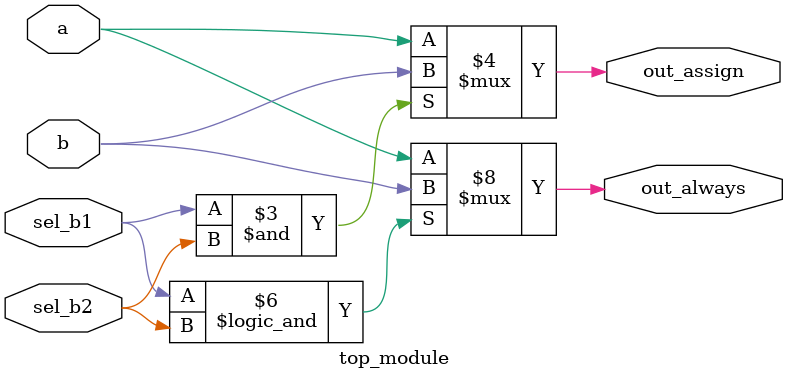
<source format=v>
module top_module(
    input a,
    input b,
    input sel_b1,
    input sel_b2,
    output wire out_assign,
    output reg out_always   ); 

assign out_assign =(sel_b1==1 & sel_b2==1) ? b : a;
always @(*) begin
    if(sel_b1 && sel_b2) begin
        out_always = b;
    end
    else begin
        out_always = a;
    end
end

endmodule

</source>
